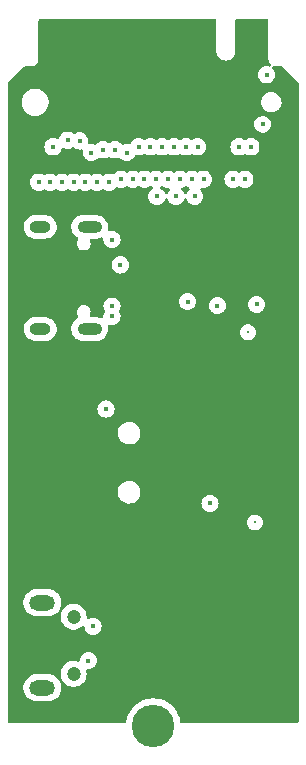
<source format=gbr>
%TF.GenerationSoftware,KiCad,Pcbnew,7.0.5*%
%TF.CreationDate,2023-08-28T16:59:48-05:00*%
%TF.ProjectId,Chimera_0002_thea,4368696d-6572-4615-9f30-3030325f7468,rev?*%
%TF.SameCoordinates,Original*%
%TF.FileFunction,Copper,L3,Inr*%
%TF.FilePolarity,Positive*%
%FSLAX46Y46*%
G04 Gerber Fmt 4.6, Leading zero omitted, Abs format (unit mm)*
G04 Created by KiCad (PCBNEW 7.0.5) date 2023-08-28 16:59:48*
%MOMM*%
%LPD*%
G01*
G04 APERTURE LIST*
%TA.AperFunction,ComponentPad*%
%ADD10C,3.600000*%
%TD*%
%TA.AperFunction,ComponentPad*%
%ADD11C,1.200000*%
%TD*%
%TA.AperFunction,ComponentPad*%
%ADD12O,2.200000X1.300000*%
%TD*%
%TA.AperFunction,ComponentPad*%
%ADD13O,2.100000X1.000000*%
%TD*%
%TA.AperFunction,ComponentPad*%
%ADD14O,1.800000X1.000000*%
%TD*%
%TA.AperFunction,ViaPad*%
%ADD15C,0.450000*%
%TD*%
%TA.AperFunction,ViaPad*%
%ADD16C,0.330000*%
%TD*%
%TA.AperFunction,ViaPad*%
%ADD17C,0.400000*%
%TD*%
%TA.AperFunction,Conductor*%
%ADD18C,0.127000*%
%TD*%
G04 APERTURE END LIST*
D10*
%TO.N,N/C*%
%TO.C,H1*%
X112500000Y-149900000D03*
%TD*%
D11*
%TO.N,GND*%
%TO.C,USB1*%
X105749987Y-140675108D03*
D12*
X103100000Y-139500102D03*
X103100000Y-146700000D03*
D11*
X105749987Y-145524994D03*
%TD*%
D13*
%TO.N,GND*%
%TO.C,U1*%
X107098534Y-107679960D03*
X107098534Y-116320041D03*
D14*
X102918448Y-116320041D03*
X102918448Y-107679960D03*
%TD*%
D15*
%TO.N,Net-(CN1-1-Pad11)*%
X119250000Y-103650000D03*
%TO.N,Net-(CN1-20-Pad21)*%
X116750000Y-103650000D03*
%TO.N,Net-(CN1-20-Pad23)*%
X116250000Y-100900000D03*
%TO.N,Net-(CN1-20-Pad25)*%
X115750000Y-103650000D03*
%TO.N,Net-(CN1-20-Pad27)*%
X115250000Y-100900000D03*
%TO.N,Net-(CN1-1-Pad66)*%
X105750000Y-103900000D03*
%TO.N,Net-(CN1-20-Pad33)*%
X113750000Y-103650000D03*
%TO.N,Net-(CN1-20-Pad35)*%
X113250000Y-100900000D03*
%TO.N,Net-(CN1-20-Pad37)*%
X112750000Y-103650000D03*
%TO.N,Net-(CN1-1-Pad5)*%
X120749872Y-100900000D03*
%TO.N,Net-(CN1-20-Pad39)*%
X112250000Y-100900000D03*
%TO.N,Net-(CN1-1-Pad69)*%
X104750000Y-103900000D03*
%TO.N,Net-(CN1-1-Pad71)*%
X104000000Y-100900000D03*
%TO.N,Net-(CN1-1-Pad73)*%
X103750000Y-103900000D03*
%TO.N,Net-(CN1-20-Pad41)*%
X111750000Y-103650000D03*
D16*
%TO.N,+3V3*%
X120500000Y-116600000D03*
X121100000Y-132700000D03*
D17*
X121749872Y-99000000D03*
D15*
%TO.N,Net-(CN1-20-Pad43)*%
X111250000Y-100900000D03*
%TO.N,Net-(CN1-20-Pad45)*%
X110750000Y-103650000D03*
%TO.N,Net-(CN1-20-Pad47)*%
X110250000Y-101400000D03*
%TO.N,Net-(CN1-20-Pad49)*%
X109750000Y-103650000D03*
%TO.N,Net-(CN1-20-Pad51)*%
X109250000Y-101150000D03*
%TO.N,Net-(CN1-20-Pad53)*%
X108750000Y-103900000D03*
%TO.N,Net-(CN1-20-Pad55)*%
X108250000Y-101150000D03*
%TO.N,Net-(CN1-20-Pad57)*%
X107750000Y-103900000D03*
%TO.N,Net-(CN1-20-Pad59)*%
X107250000Y-101400000D03*
%TO.N,Net-(CN1-20-Pad61)*%
X106750000Y-103900000D03*
%TO.N,Net-(CN1-1-Pad67)*%
X105250000Y-100339395D03*
%TO.N,Net-(CN1-1-Pad7)*%
X120250000Y-103650000D03*
%TO.N,Net-(CN1-20-Pad63)*%
X106250000Y-100400000D03*
%TO.N,Net-(CN1-1-Pad9)*%
X119749872Y-100900000D03*
%TO.N,GND*%
X117925000Y-114350000D03*
X102800000Y-103900000D03*
X122100000Y-94800000D03*
X121250000Y-114250000D03*
X107000000Y-144400000D03*
X114400000Y-105100000D03*
X117300000Y-131100000D03*
X116000000Y-105100000D03*
X109000000Y-108750000D03*
X112800000Y-105100000D03*
X115400000Y-114000000D03*
X109000000Y-115250000D03*
%TO.N,USB+*%
X114750000Y-103650000D03*
%TO.N,USB-*%
X114250000Y-100900000D03*
%TO.N,+5V*%
X121250000Y-103650000D03*
X123750000Y-108650000D03*
%TO.N,VBUS*%
X109000000Y-114400000D03*
X108500000Y-123100000D03*
X109700000Y-110900000D03*
X107400000Y-141500000D03*
%TD*%
D18*
%TO.N,Net-(CN1-1-Pad5)*%
X120749872Y-100900000D02*
X120750000Y-100900128D01*
%TO.N,Net-(CN1-1-Pad9)*%
X119749872Y-100900000D02*
X119750000Y-100900128D01*
%TD*%
%TA.AperFunction,Conductor*%
%TO.N,+5V*%
G36*
X117767539Y-90120185D02*
G01*
X117813294Y-90172989D01*
X117824500Y-90224500D01*
X117824500Y-92760118D01*
X117824500Y-92800000D01*
X117824500Y-92884136D01*
X117859486Y-93048731D01*
X117927928Y-93202455D01*
X118026836Y-93338589D01*
X118026837Y-93338590D01*
X118026838Y-93338591D01*
X118026840Y-93338594D01*
X118102907Y-93407084D01*
X118151886Y-93451185D01*
X118297614Y-93535321D01*
X118297616Y-93535321D01*
X118297619Y-93535323D01*
X118353464Y-93553467D01*
X118457650Y-93587320D01*
X118625000Y-93604909D01*
X118792350Y-93587320D01*
X118952386Y-93535321D01*
X119098114Y-93451185D01*
X119199254Y-93360118D01*
X119223159Y-93338594D01*
X119223159Y-93338592D01*
X119223164Y-93338589D01*
X119322072Y-93202455D01*
X119390514Y-93048731D01*
X119425500Y-92884136D01*
X119425500Y-92800000D01*
X119425500Y-92760118D01*
X119425500Y-92735456D01*
X119425499Y-92735450D01*
X119425500Y-90224500D01*
X119445185Y-90157460D01*
X119497989Y-90111706D01*
X119549500Y-90100500D01*
X122100500Y-90100500D01*
X122167539Y-90120185D01*
X122213294Y-90172989D01*
X122224500Y-90224500D01*
X122224500Y-93360118D01*
X122224500Y-93400000D01*
X122224500Y-93468993D01*
X122224500Y-93468995D01*
X122224499Y-93468995D01*
X122251418Y-93604322D01*
X122251421Y-93604332D01*
X122304221Y-93731804D01*
X122304228Y-93731817D01*
X122380885Y-93846541D01*
X122380888Y-93846545D01*
X122432226Y-93897883D01*
X122465711Y-93959206D01*
X122460727Y-94028898D01*
X122418855Y-94084831D01*
X122353391Y-94109248D01*
X122303592Y-94102606D01*
X122262456Y-94088212D01*
X122262457Y-94088212D01*
X122100004Y-94069909D01*
X122099996Y-94069909D01*
X121937544Y-94088212D01*
X121783225Y-94142210D01*
X121644795Y-94229192D01*
X121529192Y-94344795D01*
X121442210Y-94483225D01*
X121388212Y-94637544D01*
X121369909Y-94799996D01*
X121369909Y-94800003D01*
X121388212Y-94962455D01*
X121442210Y-95116774D01*
X121529192Y-95255204D01*
X121644796Y-95370808D01*
X121783225Y-95457789D01*
X121937539Y-95511786D01*
X121937542Y-95511786D01*
X121937544Y-95511787D01*
X122099996Y-95530091D01*
X122100000Y-95530091D01*
X122100004Y-95530091D01*
X122262455Y-95511787D01*
X122262456Y-95511786D01*
X122262461Y-95511786D01*
X122416775Y-95457789D01*
X122555204Y-95370808D01*
X122670808Y-95255204D01*
X122757789Y-95116775D01*
X122811786Y-94962461D01*
X122830091Y-94800000D01*
X122811786Y-94637539D01*
X122757789Y-94483225D01*
X122670808Y-94344796D01*
X122608912Y-94282900D01*
X122575427Y-94221577D01*
X122580411Y-94151885D01*
X122622283Y-94095952D01*
X122687747Y-94071535D01*
X122720781Y-94073601D01*
X122777234Y-94084831D01*
X122856004Y-94100500D01*
X122856007Y-94100500D01*
X122902410Y-94100500D01*
X123365589Y-94100500D01*
X123432628Y-94120185D01*
X123453270Y-94136819D01*
X124763181Y-95446730D01*
X124796666Y-95508053D01*
X124799500Y-95534411D01*
X124799500Y-149575500D01*
X124779815Y-149642539D01*
X124727011Y-149688294D01*
X124675500Y-149699500D01*
X114907452Y-149699500D01*
X114840413Y-149679815D01*
X114794658Y-149627011D01*
X114785835Y-149599692D01*
X114771121Y-149525723D01*
X114726880Y-149303309D01*
X114629945Y-149017748D01*
X114496566Y-148747282D01*
X114329025Y-148496539D01*
X114130189Y-148269810D01*
X113903459Y-148070973D01*
X113652720Y-147903435D01*
X113652713Y-147903431D01*
X113382268Y-147770062D01*
X113382247Y-147770053D01*
X113096698Y-147673122D01*
X113096692Y-147673120D01*
X113096691Y-147673120D01*
X113096689Y-147673119D01*
X113096683Y-147673118D01*
X112800930Y-147614288D01*
X112800921Y-147614287D01*
X112800920Y-147614287D01*
X112500000Y-147594564D01*
X112499999Y-147594564D01*
X112349540Y-147604425D01*
X112199080Y-147614287D01*
X112199079Y-147614287D01*
X112199069Y-147614288D01*
X111903316Y-147673118D01*
X111903301Y-147673122D01*
X111617752Y-147770053D01*
X111617731Y-147770062D01*
X111347286Y-147903431D01*
X111347279Y-147903435D01*
X111096540Y-148070973D01*
X110869810Y-148269810D01*
X110670973Y-148496540D01*
X110503435Y-148747279D01*
X110503431Y-148747286D01*
X110370062Y-149017731D01*
X110370053Y-149017752D01*
X110273122Y-149303301D01*
X110273119Y-149303313D01*
X110214165Y-149599692D01*
X110181780Y-149661603D01*
X110121064Y-149696177D01*
X110092548Y-149699500D01*
X100324500Y-149699500D01*
X100257461Y-149679815D01*
X100211706Y-149627011D01*
X100200500Y-149575500D01*
X100200500Y-146806610D01*
X101499500Y-146806610D01*
X101538679Y-147016198D01*
X101615702Y-147215019D01*
X101727948Y-147396302D01*
X101871593Y-147553872D01*
X102041746Y-147682367D01*
X102232606Y-147777403D01*
X102232608Y-147777403D01*
X102232611Y-147777405D01*
X102437690Y-147835756D01*
X102596806Y-147850500D01*
X102596810Y-147850500D01*
X103603190Y-147850500D01*
X103603194Y-147850500D01*
X103762310Y-147835756D01*
X103967389Y-147777405D01*
X103967393Y-147777403D01*
X103967394Y-147777403D01*
X104158253Y-147682367D01*
X104158253Y-147682366D01*
X104158255Y-147682366D01*
X104328407Y-147553872D01*
X104472052Y-147396302D01*
X104584298Y-147215019D01*
X104661321Y-147016198D01*
X104700500Y-146806610D01*
X104700500Y-146593390D01*
X104661321Y-146383802D01*
X104605148Y-146238803D01*
X104599287Y-146169182D01*
X104612425Y-146144383D01*
X104599993Y-146144801D01*
X104539979Y-146109023D01*
X104525485Y-146089995D01*
X104472054Y-146003701D01*
X104472053Y-146003700D01*
X104472052Y-146003698D01*
X104328407Y-145846128D01*
X104172084Y-145728077D01*
X104158253Y-145717632D01*
X103967393Y-145622596D01*
X103762310Y-145564244D01*
X103762309Y-145564244D01*
X103603194Y-145549500D01*
X102596806Y-145549500D01*
X102469513Y-145561295D01*
X102437689Y-145564244D01*
X102232607Y-145622596D01*
X102232605Y-145622596D01*
X102041746Y-145717632D01*
X101871593Y-145846127D01*
X101727947Y-146003699D01*
X101615702Y-146184980D01*
X101615701Y-146184982D01*
X101582931Y-146269573D01*
X101538679Y-146383802D01*
X101499500Y-146593390D01*
X101499500Y-146806610D01*
X100200500Y-146806610D01*
X100200500Y-145524994D01*
X104644772Y-145524994D01*
X104663589Y-145728076D01*
X104719404Y-145924241D01*
X104719408Y-145924250D01*
X104741913Y-145969447D01*
X104754173Y-146038233D01*
X104738490Y-146075870D01*
X104762642Y-146077293D01*
X104819099Y-146118456D01*
X104819730Y-146119284D01*
X104933224Y-146269575D01*
X105083945Y-146406974D01*
X105083947Y-146406976D01*
X105183128Y-146468386D01*
X105257350Y-146514342D01*
X105447531Y-146588018D01*
X105648011Y-146625494D01*
X105648013Y-146625494D01*
X105851961Y-146625494D01*
X105851963Y-146625494D01*
X106052443Y-146588018D01*
X106242624Y-146514342D01*
X106416028Y-146406975D01*
X106566751Y-146269573D01*
X106689660Y-146106815D01*
X106780569Y-145924244D01*
X106836384Y-145728077D01*
X106855202Y-145524994D01*
X106836384Y-145321911D01*
X106825185Y-145282550D01*
X106825772Y-145212683D01*
X106864038Y-145154224D01*
X106927836Y-145125734D01*
X106958331Y-145125396D01*
X107000000Y-145130091D01*
X107000004Y-145130091D01*
X107162455Y-145111787D01*
X107162456Y-145111786D01*
X107162461Y-145111786D01*
X107316775Y-145057789D01*
X107455204Y-144970808D01*
X107570808Y-144855204D01*
X107657789Y-144716775D01*
X107711786Y-144562461D01*
X107714807Y-144535649D01*
X107730091Y-144400003D01*
X107730091Y-144399996D01*
X107711787Y-144237544D01*
X107711786Y-144237542D01*
X107711786Y-144237539D01*
X107657789Y-144083225D01*
X107570808Y-143944796D01*
X107455204Y-143829192D01*
X107455204Y-143829191D01*
X107316774Y-143742210D01*
X107162455Y-143688212D01*
X107000004Y-143669909D01*
X106999996Y-143669909D01*
X106837544Y-143688212D01*
X106683225Y-143742210D01*
X106544795Y-143829192D01*
X106429192Y-143944795D01*
X106342210Y-144083225D01*
X106288212Y-144237544D01*
X106272134Y-144380246D01*
X106245067Y-144444660D01*
X106187473Y-144484215D01*
X106117636Y-144486352D01*
X106104121Y-144481989D01*
X106052448Y-144461971D01*
X106052443Y-144461970D01*
X105851963Y-144424494D01*
X105648011Y-144424494D01*
X105447531Y-144461970D01*
X105447528Y-144461970D01*
X105447528Y-144461971D01*
X105257351Y-144535645D01*
X105257344Y-144535649D01*
X105083947Y-144643011D01*
X105083945Y-144643013D01*
X104933224Y-144780412D01*
X104810314Y-144943172D01*
X104719409Y-145125733D01*
X104719404Y-145125746D01*
X104663589Y-145321911D01*
X104644772Y-145524993D01*
X104644772Y-145524994D01*
X100200500Y-145524994D01*
X100200500Y-140675108D01*
X104644772Y-140675108D01*
X104663589Y-140878190D01*
X104719404Y-141074355D01*
X104719409Y-141074368D01*
X104810314Y-141256929D01*
X104933224Y-141419689D01*
X105083945Y-141557088D01*
X105083947Y-141557090D01*
X105083949Y-141557091D01*
X105257350Y-141664456D01*
X105447531Y-141738132D01*
X105648011Y-141775608D01*
X105648013Y-141775608D01*
X105851961Y-141775608D01*
X105851963Y-141775608D01*
X106052443Y-141738132D01*
X106242624Y-141664456D01*
X106416028Y-141557089D01*
X106472541Y-141505570D01*
X106535342Y-141474955D01*
X106604729Y-141483152D01*
X106658670Y-141527562D01*
X106679297Y-141583326D01*
X106688212Y-141662455D01*
X106742210Y-141816774D01*
X106742211Y-141816775D01*
X106829192Y-141955204D01*
X106944796Y-142070808D01*
X107083225Y-142157789D01*
X107237539Y-142211786D01*
X107237542Y-142211786D01*
X107237544Y-142211787D01*
X107399996Y-142230091D01*
X107400000Y-142230091D01*
X107400004Y-142230091D01*
X107562455Y-142211787D01*
X107562456Y-142211786D01*
X107562461Y-142211786D01*
X107716775Y-142157789D01*
X107855204Y-142070808D01*
X107970808Y-141955204D01*
X108057789Y-141816775D01*
X108111786Y-141662461D01*
X108111787Y-141662455D01*
X108130091Y-141500003D01*
X108130091Y-141499996D01*
X108111787Y-141337544D01*
X108111786Y-141337542D01*
X108111786Y-141337539D01*
X108057789Y-141183225D01*
X107970808Y-141044796D01*
X107855204Y-140929192D01*
X107774035Y-140878190D01*
X107716774Y-140842210D01*
X107562455Y-140788212D01*
X107400004Y-140769909D01*
X107399996Y-140769909D01*
X107237544Y-140788212D01*
X107083222Y-140842211D01*
X107037273Y-140871083D01*
X106970036Y-140890083D01*
X106903201Y-140869715D01*
X106857988Y-140816446D01*
X106847831Y-140754650D01*
X106855202Y-140675108D01*
X106836384Y-140472025D01*
X106780569Y-140275858D01*
X106780563Y-140275846D01*
X106712150Y-140138454D01*
X106689660Y-140093287D01*
X106566751Y-139930529D01*
X106566749Y-139930526D01*
X106416028Y-139793127D01*
X106416026Y-139793125D01*
X106242629Y-139685763D01*
X106242622Y-139685759D01*
X106147533Y-139648922D01*
X106052443Y-139612084D01*
X105851963Y-139574608D01*
X105648011Y-139574608D01*
X105447531Y-139612084D01*
X105447528Y-139612084D01*
X105447528Y-139612085D01*
X105257351Y-139685759D01*
X105257344Y-139685763D01*
X105083947Y-139793125D01*
X105083945Y-139793127D01*
X104933224Y-139930527D01*
X104819730Y-140080817D01*
X104763621Y-140122453D01*
X104739691Y-140124063D01*
X104749285Y-140138454D01*
X104750459Y-140208313D01*
X104741913Y-140230653D01*
X104719410Y-140275846D01*
X104719404Y-140275860D01*
X104663589Y-140472025D01*
X104644772Y-140675107D01*
X104644772Y-140675108D01*
X100200500Y-140675108D01*
X100200500Y-139606712D01*
X101499500Y-139606712D01*
X101538679Y-139816300D01*
X101615702Y-140015121D01*
X101727948Y-140196404D01*
X101871593Y-140353973D01*
X101871593Y-140353974D01*
X102041746Y-140482469D01*
X102232606Y-140577505D01*
X102232608Y-140577505D01*
X102232611Y-140577507D01*
X102437690Y-140635858D01*
X102596806Y-140650602D01*
X102596810Y-140650602D01*
X103603190Y-140650602D01*
X103603194Y-140650602D01*
X103762310Y-140635858D01*
X103967389Y-140577507D01*
X103967393Y-140577505D01*
X103967394Y-140577505D01*
X104158253Y-140482469D01*
X104158253Y-140482468D01*
X104158255Y-140482468D01*
X104328407Y-140353974D01*
X104472052Y-140196404D01*
X104525486Y-140110104D01*
X104577512Y-140063470D01*
X104613420Y-140057689D01*
X104599500Y-140031939D01*
X104604777Y-139962268D01*
X104605088Y-139961453D01*
X104661321Y-139816300D01*
X104700500Y-139606712D01*
X104700500Y-139393492D01*
X104661321Y-139183904D01*
X104584298Y-138985083D01*
X104472052Y-138803800D01*
X104328407Y-138646230D01*
X104328406Y-138646229D01*
X104158253Y-138517734D01*
X103967393Y-138422698D01*
X103762310Y-138364346D01*
X103762309Y-138364346D01*
X103603194Y-138349602D01*
X102596806Y-138349602D01*
X102469513Y-138361397D01*
X102437689Y-138364346D01*
X102232607Y-138422698D01*
X102232605Y-138422698D01*
X102041746Y-138517734D01*
X101871593Y-138646229D01*
X101727947Y-138803801D01*
X101615702Y-138985082D01*
X101615701Y-138985084D01*
X101538680Y-139183901D01*
X101538679Y-139183904D01*
X101499500Y-139393492D01*
X101499500Y-139606712D01*
X100200500Y-139606712D01*
X100200500Y-132700000D01*
X120429612Y-132700000D01*
X120449091Y-132860434D01*
X120506400Y-133011545D01*
X120506401Y-133011545D01*
X120598207Y-133144549D01*
X120719176Y-133251719D01*
X120862277Y-133326824D01*
X121019194Y-133365500D01*
X121180806Y-133365500D01*
X121337723Y-133326824D01*
X121480824Y-133251719D01*
X121601793Y-133144549D01*
X121693599Y-133011545D01*
X121750908Y-132860434D01*
X121770388Y-132700000D01*
X121750908Y-132539566D01*
X121693599Y-132388455D01*
X121601793Y-132255451D01*
X121480824Y-132148281D01*
X121467276Y-132141170D01*
X121337722Y-132073175D01*
X121180806Y-132034500D01*
X121019194Y-132034500D01*
X120862277Y-132073175D01*
X120719177Y-132148280D01*
X120598207Y-132255450D01*
X120598205Y-132255453D01*
X120506402Y-132388453D01*
X120506401Y-132388454D01*
X120449091Y-132539565D01*
X120429612Y-132699999D01*
X120429612Y-132700000D01*
X100200500Y-132700000D01*
X100200500Y-130198596D01*
X109486664Y-130198596D01*
X109516059Y-130390480D01*
X109516062Y-130390492D01*
X109535217Y-130442211D01*
X109583484Y-130572536D01*
X109686173Y-130737284D01*
X109819923Y-130877990D01*
X109979260Y-130988891D01*
X110157658Y-131065448D01*
X110347816Y-131104526D01*
X110493295Y-131104526D01*
X110537773Y-131100003D01*
X116569909Y-131100003D01*
X116588212Y-131262455D01*
X116642210Y-131416774D01*
X116642211Y-131416775D01*
X116729192Y-131555204D01*
X116844796Y-131670808D01*
X116983225Y-131757789D01*
X117137539Y-131811786D01*
X117137542Y-131811786D01*
X117137544Y-131811787D01*
X117299996Y-131830091D01*
X117300000Y-131830091D01*
X117300004Y-131830091D01*
X117462455Y-131811787D01*
X117462456Y-131811786D01*
X117462461Y-131811786D01*
X117616775Y-131757789D01*
X117755204Y-131670808D01*
X117870808Y-131555204D01*
X117957789Y-131416775D01*
X118011786Y-131262461D01*
X118030091Y-131100000D01*
X118022394Y-131031689D01*
X118011787Y-130937544D01*
X118011786Y-130937542D01*
X118011786Y-130937539D01*
X117957789Y-130783225D01*
X117870808Y-130644796D01*
X117755204Y-130529192D01*
X117755204Y-130529191D01*
X117616774Y-130442210D01*
X117462455Y-130388212D01*
X117300004Y-130369909D01*
X117299996Y-130369909D01*
X117137544Y-130388212D01*
X116983225Y-130442210D01*
X116844795Y-130529192D01*
X116729192Y-130644795D01*
X116642210Y-130783225D01*
X116588212Y-130937544D01*
X116569909Y-131099996D01*
X116569909Y-131100003D01*
X110537773Y-131100003D01*
X110638019Y-131089809D01*
X110823237Y-131031696D01*
X110823238Y-131031695D01*
X110823246Y-131031693D01*
X110992985Y-130937481D01*
X111140284Y-130811029D01*
X111259113Y-130657514D01*
X111344607Y-130483222D01*
X111393267Y-130295287D01*
X111403100Y-130101405D01*
X111373703Y-129909512D01*
X111306280Y-129727464D01*
X111203591Y-129562716D01*
X111069841Y-129422010D01*
X110910504Y-129311109D01*
X110910505Y-129311109D01*
X110910503Y-129311108D01*
X110732106Y-129234552D01*
X110541948Y-129195474D01*
X110396470Y-129195474D01*
X110396469Y-129195474D01*
X110251744Y-129210190D01*
X110066526Y-129268303D01*
X110066511Y-129268310D01*
X109896781Y-129362517D01*
X109896776Y-129362520D01*
X109749480Y-129488969D01*
X109749479Y-129488970D01*
X109630653Y-129642482D01*
X109545155Y-129816781D01*
X109496498Y-130004704D01*
X109496497Y-130004710D01*
X109486664Y-130198596D01*
X100200500Y-130198596D01*
X100200500Y-125198596D01*
X109486664Y-125198596D01*
X109516059Y-125390480D01*
X109516061Y-125390488D01*
X109583484Y-125572536D01*
X109686173Y-125737284D01*
X109819923Y-125877990D01*
X109979260Y-125988891D01*
X110157658Y-126065448D01*
X110347816Y-126104526D01*
X110493295Y-126104526D01*
X110638019Y-126089809D01*
X110823237Y-126031696D01*
X110823238Y-126031695D01*
X110823246Y-126031693D01*
X110992985Y-125937481D01*
X111140284Y-125811029D01*
X111259113Y-125657514D01*
X111344607Y-125483222D01*
X111393267Y-125295287D01*
X111403100Y-125101405D01*
X111373703Y-124909512D01*
X111306280Y-124727464D01*
X111203591Y-124562716D01*
X111069841Y-124422010D01*
X110910504Y-124311109D01*
X110910505Y-124311109D01*
X110910503Y-124311108D01*
X110732106Y-124234552D01*
X110541948Y-124195474D01*
X110396470Y-124195474D01*
X110396469Y-124195474D01*
X110251744Y-124210190D01*
X110066526Y-124268303D01*
X110066511Y-124268310D01*
X109896781Y-124362517D01*
X109896776Y-124362520D01*
X109749480Y-124488969D01*
X109749479Y-124488970D01*
X109630653Y-124642482D01*
X109545155Y-124816781D01*
X109496498Y-125004704D01*
X109496497Y-125004710D01*
X109486664Y-125198596D01*
X100200500Y-125198596D01*
X100200500Y-123100003D01*
X107769909Y-123100003D01*
X107788212Y-123262455D01*
X107842210Y-123416774D01*
X107842211Y-123416775D01*
X107929192Y-123555204D01*
X108044796Y-123670808D01*
X108183225Y-123757789D01*
X108337539Y-123811786D01*
X108337542Y-123811786D01*
X108337544Y-123811787D01*
X108499996Y-123830091D01*
X108500000Y-123830091D01*
X108500004Y-123830091D01*
X108662455Y-123811787D01*
X108662456Y-123811786D01*
X108662461Y-123811786D01*
X108816775Y-123757789D01*
X108955204Y-123670808D01*
X109070808Y-123555204D01*
X109157789Y-123416775D01*
X109211786Y-123262461D01*
X109230091Y-123100000D01*
X109211786Y-122937539D01*
X109157789Y-122783225D01*
X109070808Y-122644796D01*
X108955204Y-122529192D01*
X108955204Y-122529191D01*
X108816774Y-122442210D01*
X108662455Y-122388212D01*
X108500004Y-122369909D01*
X108499996Y-122369909D01*
X108337544Y-122388212D01*
X108183225Y-122442210D01*
X108044795Y-122529192D01*
X107929192Y-122644795D01*
X107842210Y-122783225D01*
X107788212Y-122937544D01*
X107769909Y-123099996D01*
X107769909Y-123100003D01*
X100200500Y-123100003D01*
X100200500Y-116370977D01*
X101514079Y-116370977D01*
X101544890Y-116572104D01*
X101544893Y-116572116D01*
X101615559Y-116762922D01*
X101615563Y-116762929D01*
X101723193Y-116935608D01*
X101723195Y-116935610D01*
X101723196Y-116935612D01*
X101863389Y-117083094D01*
X101961986Y-117151719D01*
X102030397Y-117199335D01*
X102030398Y-117199335D01*
X102030399Y-117199336D01*
X102217390Y-117279581D01*
X102416707Y-117320541D01*
X103369191Y-117320541D01*
X103520887Y-117305115D01*
X103715027Y-117244203D01*
X103715028Y-117244202D01*
X103715036Y-117244200D01*
X103892950Y-117145450D01*
X104047343Y-117012907D01*
X104171896Y-116851999D01*
X104261508Y-116669312D01*
X104312511Y-116472326D01*
X104317651Y-116370977D01*
X105544165Y-116370977D01*
X105574976Y-116572104D01*
X105574979Y-116572116D01*
X105645645Y-116762922D01*
X105645649Y-116762929D01*
X105753279Y-116935608D01*
X105753281Y-116935610D01*
X105753282Y-116935612D01*
X105893475Y-117083094D01*
X105992072Y-117151719D01*
X106060483Y-117199335D01*
X106060484Y-117199335D01*
X106060485Y-117199336D01*
X106247476Y-117279581D01*
X106446793Y-117320541D01*
X107699277Y-117320541D01*
X107850973Y-117305115D01*
X108045113Y-117244203D01*
X108045114Y-117244202D01*
X108045122Y-117244200D01*
X108223036Y-117145450D01*
X108377429Y-117012907D01*
X108501982Y-116851999D01*
X108591594Y-116669312D01*
X108609540Y-116600000D01*
X119829612Y-116600000D01*
X119849091Y-116760434D01*
X119906401Y-116911544D01*
X119906401Y-116911545D01*
X119998207Y-117044549D01*
X120119176Y-117151719D01*
X120262277Y-117226824D01*
X120419194Y-117265500D01*
X120580806Y-117265500D01*
X120737723Y-117226824D01*
X120880824Y-117151719D01*
X121001793Y-117044549D01*
X121093599Y-116911545D01*
X121150908Y-116760434D01*
X121170388Y-116600000D01*
X121150908Y-116439566D01*
X121093599Y-116288455D01*
X121001793Y-116155451D01*
X120880824Y-116048281D01*
X120867276Y-116041170D01*
X120737722Y-115973175D01*
X120580806Y-115934500D01*
X120419194Y-115934500D01*
X120262277Y-115973175D01*
X120119177Y-116048280D01*
X119998207Y-116155450D01*
X119998205Y-116155453D01*
X119906402Y-116288453D01*
X119906401Y-116288454D01*
X119849091Y-116439565D01*
X119829612Y-116599999D01*
X119829612Y-116600000D01*
X108609540Y-116600000D01*
X108642597Y-116472326D01*
X108652903Y-116269105D01*
X108623945Y-116080084D01*
X108633252Y-116010837D01*
X108678518Y-115957614D01*
X108745374Y-115937312D01*
X108787468Y-115944265D01*
X108837539Y-115961786D01*
X108837542Y-115961787D01*
X108999996Y-115980091D01*
X109000000Y-115980091D01*
X109000004Y-115980091D01*
X109162455Y-115961787D01*
X109162456Y-115961786D01*
X109162461Y-115961786D01*
X109316775Y-115907789D01*
X109455204Y-115820808D01*
X109570808Y-115705204D01*
X109657789Y-115566775D01*
X109711786Y-115412461D01*
X109713654Y-115395882D01*
X109730091Y-115250003D01*
X109730091Y-115249996D01*
X109711787Y-115087542D01*
X109657789Y-114933226D01*
X109657789Y-114933225D01*
X109631238Y-114890970D01*
X109612238Y-114823735D01*
X109631238Y-114759028D01*
X109657789Y-114716775D01*
X109711786Y-114562461D01*
X109711786Y-114562459D01*
X109711787Y-114562457D01*
X109730091Y-114400003D01*
X109730091Y-114399996D01*
X109711787Y-114237544D01*
X109711786Y-114237542D01*
X109711786Y-114237539D01*
X109657789Y-114083225D01*
X109605497Y-114000003D01*
X114669909Y-114000003D01*
X114688212Y-114162455D01*
X114742210Y-114316774D01*
X114784344Y-114383829D01*
X114829192Y-114455204D01*
X114944796Y-114570808D01*
X115083225Y-114657789D01*
X115237539Y-114711786D01*
X115237542Y-114711786D01*
X115237544Y-114711787D01*
X115399996Y-114730091D01*
X115400000Y-114730091D01*
X115400004Y-114730091D01*
X115562455Y-114711787D01*
X115562456Y-114711786D01*
X115562461Y-114711786D01*
X115716775Y-114657789D01*
X115855204Y-114570808D01*
X115970808Y-114455204D01*
X116036910Y-114350003D01*
X117194909Y-114350003D01*
X117213212Y-114512455D01*
X117267210Y-114666774D01*
X117354192Y-114805203D01*
X117354192Y-114805204D01*
X117469796Y-114920808D01*
X117608225Y-115007789D01*
X117762539Y-115061786D01*
X117762542Y-115061786D01*
X117762544Y-115061787D01*
X117924996Y-115080091D01*
X117925000Y-115080091D01*
X117925004Y-115080091D01*
X118087455Y-115061787D01*
X118087456Y-115061786D01*
X118087461Y-115061786D01*
X118241775Y-115007789D01*
X118380204Y-114920808D01*
X118495808Y-114805204D01*
X118582789Y-114666775D01*
X118636786Y-114512461D01*
X118636787Y-114512455D01*
X118655091Y-114350003D01*
X118655091Y-114349996D01*
X118643824Y-114250003D01*
X120519909Y-114250003D01*
X120538212Y-114412455D01*
X120592210Y-114566774D01*
X120592211Y-114566775D01*
X120679192Y-114705204D01*
X120794796Y-114820808D01*
X120933225Y-114907789D01*
X121087539Y-114961786D01*
X121087542Y-114961786D01*
X121087544Y-114961787D01*
X121249996Y-114980091D01*
X121250000Y-114980091D01*
X121250004Y-114980091D01*
X121412455Y-114961787D01*
X121412456Y-114961786D01*
X121412461Y-114961786D01*
X121566775Y-114907789D01*
X121705204Y-114820808D01*
X121820808Y-114705204D01*
X121907789Y-114566775D01*
X121961786Y-114412461D01*
X121963190Y-114400000D01*
X121980091Y-114250003D01*
X121980091Y-114249996D01*
X121961787Y-114087544D01*
X121961786Y-114087542D01*
X121961786Y-114087539D01*
X121907789Y-113933225D01*
X121820808Y-113794796D01*
X121705204Y-113679192D01*
X121610856Y-113619909D01*
X121566774Y-113592210D01*
X121412455Y-113538212D01*
X121250004Y-113519909D01*
X121249996Y-113519909D01*
X121087544Y-113538212D01*
X120933225Y-113592210D01*
X120794795Y-113679192D01*
X120679192Y-113794795D01*
X120592210Y-113933225D01*
X120538212Y-114087544D01*
X120519909Y-114249996D01*
X120519909Y-114250003D01*
X118643824Y-114250003D01*
X118636787Y-114187544D01*
X118636786Y-114187542D01*
X118636786Y-114187539D01*
X118582789Y-114033225D01*
X118495808Y-113894796D01*
X118380204Y-113779192D01*
X118380203Y-113779192D01*
X118241774Y-113692210D01*
X118087455Y-113638212D01*
X117925004Y-113619909D01*
X117924996Y-113619909D01*
X117762544Y-113638212D01*
X117608225Y-113692210D01*
X117469795Y-113779192D01*
X117354192Y-113894795D01*
X117267210Y-114033225D01*
X117213212Y-114187544D01*
X117194909Y-114349996D01*
X117194909Y-114350003D01*
X116036910Y-114350003D01*
X116057789Y-114316775D01*
X116111786Y-114162461D01*
X116120714Y-114083225D01*
X116130091Y-114000003D01*
X116130091Y-113999996D01*
X116111787Y-113837544D01*
X116111786Y-113837542D01*
X116111786Y-113837539D01*
X116057789Y-113683225D01*
X115970808Y-113544796D01*
X115855204Y-113429192D01*
X115716774Y-113342210D01*
X115562455Y-113288212D01*
X115400004Y-113269909D01*
X115399996Y-113269909D01*
X115237544Y-113288212D01*
X115083225Y-113342210D01*
X114944795Y-113429192D01*
X114829192Y-113544795D01*
X114742210Y-113683225D01*
X114688212Y-113837544D01*
X114669909Y-113999996D01*
X114669909Y-114000003D01*
X109605497Y-114000003D01*
X109570808Y-113944796D01*
X109455204Y-113829192D01*
X109375630Y-113779192D01*
X109316774Y-113742210D01*
X109162455Y-113688212D01*
X109000004Y-113669909D01*
X108999996Y-113669909D01*
X108837544Y-113688212D01*
X108683225Y-113742210D01*
X108544795Y-113829192D01*
X108429192Y-113944795D01*
X108342210Y-114083225D01*
X108288212Y-114237544D01*
X108269909Y-114399996D01*
X108269909Y-114400003D01*
X108288212Y-114562455D01*
X108342210Y-114716774D01*
X108368760Y-114759028D01*
X108387760Y-114826265D01*
X108368760Y-114890971D01*
X108342211Y-114933223D01*
X108288212Y-115087544D01*
X108269909Y-115249996D01*
X108269909Y-115250003D01*
X108275386Y-115298614D01*
X108263331Y-115367435D01*
X108215982Y-115418815D01*
X108148372Y-115436439D01*
X108103266Y-115426448D01*
X107949592Y-115360501D01*
X107750275Y-115319541D01*
X107233565Y-115319541D01*
X107166526Y-115299856D01*
X107120771Y-115247052D01*
X107110827Y-115177894D01*
X107119002Y-115148091D01*
X107163239Y-115041296D01*
X107179102Y-114920807D01*
X107183155Y-114890019D01*
X107183155Y-114890016D01*
X107165910Y-114759028D01*
X107163239Y-114738740D01*
X107104848Y-114597771D01*
X107011961Y-114476718D01*
X106890908Y-114383831D01*
X106890907Y-114383830D01*
X106890905Y-114383829D01*
X106749942Y-114325441D01*
X106749940Y-114325440D01*
X106749939Y-114325440D01*
X106735776Y-114323575D01*
X106636647Y-114310524D01*
X106636640Y-114310524D01*
X106560682Y-114310524D01*
X106560674Y-114310524D01*
X106447383Y-114325440D01*
X106447379Y-114325441D01*
X106306416Y-114383829D01*
X106185361Y-114476718D01*
X106092472Y-114597773D01*
X106034084Y-114738736D01*
X106034082Y-114738741D01*
X106014167Y-114890016D01*
X106014167Y-114890019D01*
X106034082Y-115041294D01*
X106034084Y-115041299D01*
X106092473Y-115182265D01*
X106137635Y-115241120D01*
X106162830Y-115306289D01*
X106148792Y-115374734D01*
X106099978Y-115424724D01*
X106099438Y-115425026D01*
X105974030Y-115494633D01*
X105974029Y-115494633D01*
X105819640Y-115627173D01*
X105819638Y-115627175D01*
X105695088Y-115788078D01*
X105695087Y-115788081D01*
X105605474Y-115970769D01*
X105554471Y-116167755D01*
X105544165Y-116370977D01*
X104317651Y-116370977D01*
X104322817Y-116269105D01*
X104292004Y-116067970D01*
X104243614Y-115937312D01*
X104221336Y-115877159D01*
X104221335Y-115877158D01*
X104221334Y-115877154D01*
X104113700Y-115704470D01*
X103973507Y-115556988D01*
X103875035Y-115488450D01*
X103806498Y-115440746D01*
X103619504Y-115360500D01*
X103420189Y-115319541D01*
X102467706Y-115319541D01*
X102467705Y-115319541D01*
X102316008Y-115334966D01*
X102121868Y-115395878D01*
X102121853Y-115395885D01*
X101943948Y-115494630D01*
X101943943Y-115494633D01*
X101789554Y-115627173D01*
X101789552Y-115627175D01*
X101665002Y-115788078D01*
X101665001Y-115788081D01*
X101575388Y-115970769D01*
X101524385Y-116167755D01*
X101514079Y-116370977D01*
X100200500Y-116370977D01*
X100200500Y-110900003D01*
X108969909Y-110900003D01*
X108988212Y-111062455D01*
X109042210Y-111216774D01*
X109042211Y-111216775D01*
X109129192Y-111355204D01*
X109244796Y-111470808D01*
X109383225Y-111557789D01*
X109537539Y-111611786D01*
X109537542Y-111611786D01*
X109537544Y-111611787D01*
X109699996Y-111630091D01*
X109700000Y-111630091D01*
X109700004Y-111630091D01*
X109862455Y-111611787D01*
X109862456Y-111611786D01*
X109862461Y-111611786D01*
X110016775Y-111557789D01*
X110155204Y-111470808D01*
X110270808Y-111355204D01*
X110357789Y-111216775D01*
X110411786Y-111062461D01*
X110430091Y-110900000D01*
X110411786Y-110737539D01*
X110357789Y-110583225D01*
X110270808Y-110444796D01*
X110155204Y-110329192D01*
X110016774Y-110242210D01*
X109862455Y-110188212D01*
X109700004Y-110169909D01*
X109699996Y-110169909D01*
X109537544Y-110188212D01*
X109383225Y-110242210D01*
X109244795Y-110329192D01*
X109129192Y-110444795D01*
X109042210Y-110583225D01*
X108988212Y-110737544D01*
X108969909Y-110899996D01*
X108969909Y-110900003D01*
X100200500Y-110900003D01*
X100200500Y-107730896D01*
X101514079Y-107730896D01*
X101544890Y-107932023D01*
X101544893Y-107932035D01*
X101615559Y-108122841D01*
X101615563Y-108122848D01*
X101723193Y-108295527D01*
X101723195Y-108295529D01*
X101723196Y-108295531D01*
X101863389Y-108443013D01*
X101991792Y-108532384D01*
X102030397Y-108559254D01*
X102030398Y-108559254D01*
X102030399Y-108559255D01*
X102217390Y-108639500D01*
X102416707Y-108680460D01*
X103369191Y-108680460D01*
X103520887Y-108665034D01*
X103715027Y-108604122D01*
X103715028Y-108604121D01*
X103715036Y-108604119D01*
X103892950Y-108505369D01*
X104047343Y-108372826D01*
X104171896Y-108211918D01*
X104261508Y-108029231D01*
X104312511Y-107832245D01*
X104317651Y-107730896D01*
X105544165Y-107730896D01*
X105574976Y-107932023D01*
X105574979Y-107932035D01*
X105645645Y-108122841D01*
X105645649Y-108122848D01*
X105753279Y-108295527D01*
X105753281Y-108295529D01*
X105753282Y-108295531D01*
X105893475Y-108443013D01*
X106060485Y-108559255D01*
X106081466Y-108568258D01*
X106135308Y-108612783D01*
X106156533Y-108679351D01*
X106138399Y-108746826D01*
X106130943Y-108757694D01*
X106092473Y-108807830D01*
X106034084Y-108948795D01*
X106034082Y-108948800D01*
X106014167Y-109100075D01*
X106014167Y-109100078D01*
X106034082Y-109251353D01*
X106034084Y-109251358D01*
X106092472Y-109392321D01*
X106092473Y-109392323D01*
X106092474Y-109392324D01*
X106185361Y-109513377D01*
X106306414Y-109606264D01*
X106447383Y-109664655D01*
X106560682Y-109679571D01*
X106560689Y-109679571D01*
X106636633Y-109679571D01*
X106636640Y-109679571D01*
X106749939Y-109664655D01*
X106890908Y-109606264D01*
X107011961Y-109513377D01*
X107104848Y-109392324D01*
X107163239Y-109251355D01*
X107183155Y-109100077D01*
X107163239Y-108948799D01*
X107148185Y-108912455D01*
X107123108Y-108851912D01*
X107115639Y-108782443D01*
X107146915Y-108719964D01*
X107207004Y-108684312D01*
X107237669Y-108680460D01*
X107699277Y-108680460D01*
X107850973Y-108665034D01*
X108045113Y-108604122D01*
X108045114Y-108604121D01*
X108045122Y-108604119D01*
X108092106Y-108578040D01*
X108160272Y-108562717D01*
X108225904Y-108586680D01*
X108268162Y-108642322D01*
X108275503Y-108700341D01*
X108269909Y-108749994D01*
X108269909Y-108750003D01*
X108288212Y-108912455D01*
X108342210Y-109066774D01*
X108429192Y-109205204D01*
X108544796Y-109320808D01*
X108683225Y-109407789D01*
X108837539Y-109461786D01*
X108837542Y-109461786D01*
X108837544Y-109461787D01*
X108999996Y-109480091D01*
X109000000Y-109480091D01*
X109000004Y-109480091D01*
X109162455Y-109461787D01*
X109162456Y-109461786D01*
X109162461Y-109461786D01*
X109316775Y-109407789D01*
X109455204Y-109320808D01*
X109570808Y-109205204D01*
X109657789Y-109066775D01*
X109711786Y-108912461D01*
X109711787Y-108912455D01*
X109730091Y-108750003D01*
X109730091Y-108749996D01*
X109711787Y-108587544D01*
X109711786Y-108587542D01*
X109711786Y-108587539D01*
X109657789Y-108433225D01*
X109570808Y-108294796D01*
X109455204Y-108179192D01*
X109455203Y-108179192D01*
X109316774Y-108092210D01*
X109162455Y-108038212D01*
X109000004Y-108019909D01*
X108999996Y-108019909D01*
X108837544Y-108038212D01*
X108807449Y-108048742D01*
X108783740Y-108057039D01*
X108713962Y-108060600D01*
X108653335Y-108025871D01*
X108621108Y-107963877D01*
X108622746Y-107908916D01*
X108642595Y-107832253D01*
X108642596Y-107832247D01*
X108642597Y-107832245D01*
X108652903Y-107629024D01*
X108622090Y-107427889D01*
X108551420Y-107237073D01*
X108443786Y-107064389D01*
X108303593Y-106916907D01*
X108205121Y-106848369D01*
X108136584Y-106800665D01*
X107949590Y-106720419D01*
X107750275Y-106679460D01*
X106497792Y-106679460D01*
X106497791Y-106679460D01*
X106346094Y-106694885D01*
X106151954Y-106755797D01*
X106151939Y-106755804D01*
X105974034Y-106854549D01*
X105974029Y-106854552D01*
X105819640Y-106987092D01*
X105819638Y-106987094D01*
X105695088Y-107147997D01*
X105695087Y-107148000D01*
X105605474Y-107330688D01*
X105554471Y-107527674D01*
X105544165Y-107730896D01*
X104317651Y-107730896D01*
X104322817Y-107629024D01*
X104292004Y-107427889D01*
X104221334Y-107237073D01*
X104113700Y-107064389D01*
X103973507Y-106916907D01*
X103875035Y-106848369D01*
X103806498Y-106800665D01*
X103619504Y-106720419D01*
X103420189Y-106679460D01*
X102467706Y-106679460D01*
X102467705Y-106679460D01*
X102316008Y-106694885D01*
X102121868Y-106755797D01*
X102121853Y-106755804D01*
X101943948Y-106854549D01*
X101943943Y-106854552D01*
X101789554Y-106987092D01*
X101789552Y-106987094D01*
X101665002Y-107147997D01*
X101665001Y-107148000D01*
X101575388Y-107330688D01*
X101524385Y-107527674D01*
X101514079Y-107730896D01*
X100200500Y-107730896D01*
X100200500Y-103900003D01*
X102069909Y-103900003D01*
X102088212Y-104062455D01*
X102142210Y-104216774D01*
X102142211Y-104216775D01*
X102229192Y-104355204D01*
X102344796Y-104470808D01*
X102483225Y-104557789D01*
X102637539Y-104611786D01*
X102637542Y-104611786D01*
X102637544Y-104611787D01*
X102799996Y-104630091D01*
X102800000Y-104630091D01*
X102800004Y-104630091D01*
X102962455Y-104611787D01*
X102962456Y-104611786D01*
X102962461Y-104611786D01*
X103116775Y-104557789D01*
X103209027Y-104499822D01*
X103276264Y-104480822D01*
X103340973Y-104499823D01*
X103394798Y-104533644D01*
X103433225Y-104557789D01*
X103587539Y-104611786D01*
X103587542Y-104611786D01*
X103587544Y-104611787D01*
X103749996Y-104630091D01*
X103750000Y-104630091D01*
X103750004Y-104630091D01*
X103912455Y-104611787D01*
X103912456Y-104611786D01*
X103912461Y-104611786D01*
X104066775Y-104557789D01*
X104184027Y-104484114D01*
X104251265Y-104465114D01*
X104315972Y-104484114D01*
X104433223Y-104557788D01*
X104433225Y-104557789D01*
X104587539Y-104611786D01*
X104587542Y-104611786D01*
X104587544Y-104611787D01*
X104749996Y-104630091D01*
X104750000Y-104630091D01*
X104750004Y-104630091D01*
X104912455Y-104611787D01*
X104912456Y-104611786D01*
X104912461Y-104611786D01*
X105066775Y-104557789D01*
X105184027Y-104484114D01*
X105251265Y-104465114D01*
X105315972Y-104484114D01*
X105433223Y-104557788D01*
X105433225Y-104557789D01*
X105587539Y-104611786D01*
X105587542Y-104611786D01*
X105587544Y-104611787D01*
X105749996Y-104630091D01*
X105750000Y-104630091D01*
X105750004Y-104630091D01*
X105912455Y-104611787D01*
X105912456Y-104611786D01*
X105912461Y-104611786D01*
X106066775Y-104557789D01*
X106184027Y-104484114D01*
X106251265Y-104465114D01*
X106315972Y-104484114D01*
X106433223Y-104557788D01*
X106433225Y-104557789D01*
X106587539Y-104611786D01*
X106587542Y-104611786D01*
X106587544Y-104611787D01*
X106749996Y-104630091D01*
X106750000Y-104630091D01*
X106750004Y-104630091D01*
X106912455Y-104611787D01*
X106912456Y-104611786D01*
X106912461Y-104611786D01*
X107066775Y-104557789D01*
X107184026Y-104484114D01*
X107251263Y-104465114D01*
X107315971Y-104484114D01*
X107433223Y-104557788D01*
X107433225Y-104557789D01*
X107587539Y-104611786D01*
X107587542Y-104611786D01*
X107587544Y-104611787D01*
X107749996Y-104630091D01*
X107750000Y-104630091D01*
X107750004Y-104630091D01*
X107912455Y-104611787D01*
X107912456Y-104611786D01*
X107912461Y-104611786D01*
X108066775Y-104557789D01*
X108184027Y-104484114D01*
X108251265Y-104465114D01*
X108315972Y-104484114D01*
X108433223Y-104557788D01*
X108433225Y-104557789D01*
X108587539Y-104611786D01*
X108587542Y-104611786D01*
X108587544Y-104611787D01*
X108749996Y-104630091D01*
X108750000Y-104630091D01*
X108750004Y-104630091D01*
X108912455Y-104611787D01*
X108912456Y-104611786D01*
X108912461Y-104611786D01*
X109066775Y-104557789D01*
X109205204Y-104470808D01*
X109320808Y-104355204D01*
X109320808Y-104355203D01*
X109325732Y-104350280D01*
X109326845Y-104351393D01*
X109377207Y-104316033D01*
X109447018Y-104313171D01*
X109457936Y-104316435D01*
X109587539Y-104361786D01*
X109587543Y-104361786D01*
X109587545Y-104361787D01*
X109749996Y-104380091D01*
X109750000Y-104380091D01*
X109750004Y-104380091D01*
X109912455Y-104361787D01*
X109912456Y-104361786D01*
X109912461Y-104361786D01*
X110066775Y-104307789D01*
X110184028Y-104234113D01*
X110251264Y-104215113D01*
X110315971Y-104234113D01*
X110348095Y-104254298D01*
X110398094Y-104285715D01*
X110433225Y-104307789D01*
X110587539Y-104361786D01*
X110587542Y-104361786D01*
X110587544Y-104361787D01*
X110749996Y-104380091D01*
X110750000Y-104380091D01*
X110750004Y-104380091D01*
X110912455Y-104361787D01*
X110912456Y-104361786D01*
X110912461Y-104361786D01*
X111066775Y-104307789D01*
X111184029Y-104234113D01*
X111251262Y-104215113D01*
X111315970Y-104234112D01*
X111433225Y-104307789D01*
X111587539Y-104361786D01*
X111587542Y-104361786D01*
X111587544Y-104361787D01*
X111749996Y-104380091D01*
X111750000Y-104380091D01*
X111750004Y-104380091D01*
X111912455Y-104361787D01*
X111912456Y-104361786D01*
X111912461Y-104361786D01*
X112066775Y-104307789D01*
X112184028Y-104234113D01*
X112251264Y-104215113D01*
X112315971Y-104234113D01*
X112348095Y-104254298D01*
X112398094Y-104285715D01*
X112444385Y-104338050D01*
X112455032Y-104407103D01*
X112426657Y-104470951D01*
X112398095Y-104495701D01*
X112344794Y-104529193D01*
X112229192Y-104644795D01*
X112142210Y-104783225D01*
X112088212Y-104937544D01*
X112069909Y-105099996D01*
X112069909Y-105100003D01*
X112088212Y-105262455D01*
X112142210Y-105416774D01*
X112142211Y-105416775D01*
X112229192Y-105555204D01*
X112344796Y-105670808D01*
X112483225Y-105757789D01*
X112637539Y-105811786D01*
X112637542Y-105811786D01*
X112637544Y-105811787D01*
X112799996Y-105830091D01*
X112800000Y-105830091D01*
X112800004Y-105830091D01*
X112962455Y-105811787D01*
X112962456Y-105811786D01*
X112962461Y-105811786D01*
X113116775Y-105757789D01*
X113255204Y-105670808D01*
X113370808Y-105555204D01*
X113457789Y-105416775D01*
X113482958Y-105344845D01*
X113523680Y-105288070D01*
X113588632Y-105262322D01*
X113657194Y-105275778D01*
X113707597Y-105324165D01*
X113717042Y-105344846D01*
X113742210Y-105416774D01*
X113742211Y-105416775D01*
X113829192Y-105555204D01*
X113944796Y-105670808D01*
X114083225Y-105757789D01*
X114237539Y-105811786D01*
X114237542Y-105811786D01*
X114237544Y-105811787D01*
X114399996Y-105830091D01*
X114400000Y-105830091D01*
X114400004Y-105830091D01*
X114562455Y-105811787D01*
X114562456Y-105811786D01*
X114562461Y-105811786D01*
X114716775Y-105757789D01*
X114855204Y-105670808D01*
X114970808Y-105555204D01*
X115057789Y-105416775D01*
X115082958Y-105344845D01*
X115123680Y-105288070D01*
X115188632Y-105262322D01*
X115257194Y-105275778D01*
X115307597Y-105324165D01*
X115317042Y-105344846D01*
X115342210Y-105416774D01*
X115342211Y-105416775D01*
X115429192Y-105555204D01*
X115544796Y-105670808D01*
X115683225Y-105757789D01*
X115837539Y-105811786D01*
X115837542Y-105811786D01*
X115837544Y-105811787D01*
X115999996Y-105830091D01*
X116000000Y-105830091D01*
X116000004Y-105830091D01*
X116162455Y-105811787D01*
X116162456Y-105811786D01*
X116162461Y-105811786D01*
X116316775Y-105757789D01*
X116455204Y-105670808D01*
X116570808Y-105555204D01*
X116657789Y-105416775D01*
X116711786Y-105262461D01*
X116730091Y-105100000D01*
X116711786Y-104937539D01*
X116657789Y-104783225D01*
X116570808Y-104644796D01*
X116500315Y-104574303D01*
X116466830Y-104512980D01*
X116471814Y-104443288D01*
X116513686Y-104387355D01*
X116579150Y-104362938D01*
X116601880Y-104363402D01*
X116749997Y-104380091D01*
X116750000Y-104380091D01*
X116750004Y-104380091D01*
X116912455Y-104361787D01*
X116912456Y-104361786D01*
X116912461Y-104361786D01*
X117066775Y-104307789D01*
X117205204Y-104220808D01*
X117320808Y-104105204D01*
X117407789Y-103966775D01*
X117461786Y-103812461D01*
X117480091Y-103650003D01*
X118519909Y-103650003D01*
X118538212Y-103812455D01*
X118592210Y-103966774D01*
X118592211Y-103966775D01*
X118679192Y-104105204D01*
X118794796Y-104220808D01*
X118933225Y-104307789D01*
X119087539Y-104361786D01*
X119087542Y-104361786D01*
X119087544Y-104361787D01*
X119249996Y-104380091D01*
X119250000Y-104380091D01*
X119250004Y-104380091D01*
X119412455Y-104361787D01*
X119412456Y-104361786D01*
X119412461Y-104361786D01*
X119566775Y-104307789D01*
X119684029Y-104234113D01*
X119751262Y-104215113D01*
X119815970Y-104234112D01*
X119933225Y-104307789D01*
X120087539Y-104361786D01*
X120087542Y-104361786D01*
X120087544Y-104361787D01*
X120249996Y-104380091D01*
X120250000Y-104380091D01*
X120250004Y-104380091D01*
X120412455Y-104361787D01*
X120412456Y-104361786D01*
X120412461Y-104361786D01*
X120566775Y-104307789D01*
X120705204Y-104220808D01*
X120820808Y-104105204D01*
X120907789Y-103966775D01*
X120961786Y-103812461D01*
X120980091Y-103650000D01*
X120972567Y-103583225D01*
X120961787Y-103487544D01*
X120961786Y-103487542D01*
X120961786Y-103487539D01*
X120907789Y-103333225D01*
X120820808Y-103194796D01*
X120705204Y-103079192D01*
X120684026Y-103065885D01*
X120566774Y-102992210D01*
X120412455Y-102938212D01*
X120250004Y-102919909D01*
X120249996Y-102919909D01*
X120087544Y-102938212D01*
X119933225Y-102992210D01*
X119815972Y-103065886D01*
X119748735Y-103084886D01*
X119684028Y-103065886D01*
X119566774Y-102992210D01*
X119412455Y-102938212D01*
X119250004Y-102919909D01*
X119249996Y-102919909D01*
X119087544Y-102938212D01*
X118933225Y-102992210D01*
X118794795Y-103079192D01*
X118679192Y-103194795D01*
X118592210Y-103333225D01*
X118538212Y-103487544D01*
X118519909Y-103649996D01*
X118519909Y-103650003D01*
X117480091Y-103650003D01*
X117480091Y-103650000D01*
X117472567Y-103583225D01*
X117461787Y-103487544D01*
X117461786Y-103487542D01*
X117461786Y-103487539D01*
X117407789Y-103333225D01*
X117320808Y-103194796D01*
X117205204Y-103079192D01*
X117184026Y-103065885D01*
X117066774Y-102992210D01*
X116912455Y-102938212D01*
X116750004Y-102919909D01*
X116749996Y-102919909D01*
X116587544Y-102938212D01*
X116433225Y-102992210D01*
X116315972Y-103065886D01*
X116248735Y-103084886D01*
X116184028Y-103065886D01*
X116066774Y-102992210D01*
X115912455Y-102938212D01*
X115750004Y-102919909D01*
X115749996Y-102919909D01*
X115587544Y-102938212D01*
X115433225Y-102992210D01*
X115315971Y-103065886D01*
X115248734Y-103084886D01*
X115184026Y-103065885D01*
X115066776Y-102992211D01*
X114912455Y-102938212D01*
X114750004Y-102919909D01*
X114749996Y-102919909D01*
X114587544Y-102938212D01*
X114433225Y-102992210D01*
X114315972Y-103065886D01*
X114248735Y-103084886D01*
X114184028Y-103065886D01*
X114066774Y-102992210D01*
X113912455Y-102938212D01*
X113750004Y-102919909D01*
X113749996Y-102919909D01*
X113587544Y-102938212D01*
X113433225Y-102992210D01*
X113315972Y-103065886D01*
X113248735Y-103084886D01*
X113184028Y-103065886D01*
X113066774Y-102992210D01*
X112912455Y-102938212D01*
X112750004Y-102919909D01*
X112749996Y-102919909D01*
X112587544Y-102938212D01*
X112433225Y-102992210D01*
X112315972Y-103065886D01*
X112248735Y-103084886D01*
X112184028Y-103065886D01*
X112066774Y-102992210D01*
X111912455Y-102938212D01*
X111750004Y-102919909D01*
X111749996Y-102919909D01*
X111587544Y-102938212D01*
X111433225Y-102992210D01*
X111315971Y-103065886D01*
X111248734Y-103084886D01*
X111184026Y-103065885D01*
X111066776Y-102992211D01*
X110912455Y-102938212D01*
X110750004Y-102919909D01*
X110749996Y-102919909D01*
X110587544Y-102938212D01*
X110433225Y-102992210D01*
X110315971Y-103065886D01*
X110248734Y-103084886D01*
X110184026Y-103065885D01*
X110066776Y-102992211D01*
X109912455Y-102938212D01*
X109750004Y-102919909D01*
X109749996Y-102919909D01*
X109587544Y-102938212D01*
X109433225Y-102992210D01*
X109294795Y-103079192D01*
X109174268Y-103199720D01*
X109173157Y-103198609D01*
X109122763Y-103233976D01*
X109052952Y-103236821D01*
X109042059Y-103233562D01*
X108912455Y-103188212D01*
X108750004Y-103169909D01*
X108749996Y-103169909D01*
X108587544Y-103188212D01*
X108433225Y-103242210D01*
X108315972Y-103315886D01*
X108248735Y-103334886D01*
X108184028Y-103315886D01*
X108066774Y-103242210D01*
X107912455Y-103188212D01*
X107750004Y-103169909D01*
X107749996Y-103169909D01*
X107587544Y-103188212D01*
X107433225Y-103242210D01*
X107315972Y-103315886D01*
X107248735Y-103334886D01*
X107184028Y-103315886D01*
X107066774Y-103242210D01*
X106912455Y-103188212D01*
X106750004Y-103169909D01*
X106749996Y-103169909D01*
X106587544Y-103188212D01*
X106433225Y-103242210D01*
X106315972Y-103315886D01*
X106248735Y-103334886D01*
X106184028Y-103315886D01*
X106066774Y-103242210D01*
X105912455Y-103188212D01*
X105750004Y-103169909D01*
X105749996Y-103169909D01*
X105587544Y-103188212D01*
X105433225Y-103242210D01*
X105315972Y-103315886D01*
X105248735Y-103334886D01*
X105184028Y-103315886D01*
X105066774Y-103242210D01*
X104912455Y-103188212D01*
X104750004Y-103169909D01*
X104749996Y-103169909D01*
X104587544Y-103188212D01*
X104433225Y-103242210D01*
X104315972Y-103315886D01*
X104248735Y-103334886D01*
X104184028Y-103315886D01*
X104066774Y-103242210D01*
X103912455Y-103188212D01*
X103750004Y-103169909D01*
X103749996Y-103169909D01*
X103587544Y-103188212D01*
X103433225Y-103242210D01*
X103340972Y-103300177D01*
X103273735Y-103319177D01*
X103209028Y-103300177D01*
X103116774Y-103242210D01*
X102962455Y-103188212D01*
X102800004Y-103169909D01*
X102799996Y-103169909D01*
X102637544Y-103188212D01*
X102483225Y-103242210D01*
X102344795Y-103329192D01*
X102229192Y-103444795D01*
X102142210Y-103583225D01*
X102088212Y-103737544D01*
X102069909Y-103899996D01*
X102069909Y-103900003D01*
X100200500Y-103900003D01*
X100200500Y-100900003D01*
X103269909Y-100900003D01*
X103288212Y-101062455D01*
X103342210Y-101216774D01*
X103429192Y-101355204D01*
X103544796Y-101470808D01*
X103683225Y-101557789D01*
X103837539Y-101611786D01*
X103837542Y-101611786D01*
X103837544Y-101611787D01*
X103999996Y-101630091D01*
X104000000Y-101630091D01*
X104000004Y-101630091D01*
X104162455Y-101611787D01*
X104162456Y-101611786D01*
X104162461Y-101611786D01*
X104316775Y-101557789D01*
X104455204Y-101470808D01*
X104570808Y-101355204D01*
X104657789Y-101216775D01*
X104711786Y-101062461D01*
X104711787Y-101062455D01*
X104711788Y-101062452D01*
X104713338Y-101055665D01*
X104715993Y-101056271D01*
X104738246Y-101003276D01*
X104795830Y-100963706D01*
X104865667Y-100961549D01*
X104900392Y-100976554D01*
X104933223Y-100997183D01*
X104933225Y-100997184D01*
X105087539Y-101051181D01*
X105087542Y-101051181D01*
X105087544Y-101051182D01*
X105249996Y-101069486D01*
X105250000Y-101069486D01*
X105250004Y-101069486D01*
X105412455Y-101051182D01*
X105412456Y-101051181D01*
X105412461Y-101051181D01*
X105566775Y-100997184D01*
X105639275Y-100951628D01*
X105706512Y-100932628D01*
X105773347Y-100952995D01*
X105792929Y-100968941D01*
X105794796Y-100970808D01*
X105933225Y-101057789D01*
X106087539Y-101111786D01*
X106087542Y-101111786D01*
X106087544Y-101111787D01*
X106249996Y-101130091D01*
X106250000Y-101130091D01*
X106250003Y-101130091D01*
X106399667Y-101113228D01*
X106468489Y-101125282D01*
X106519869Y-101172632D01*
X106537493Y-101240242D01*
X106536771Y-101250331D01*
X106519909Y-101399995D01*
X106519909Y-101400003D01*
X106538212Y-101562455D01*
X106592210Y-101716774D01*
X106592211Y-101716775D01*
X106679192Y-101855204D01*
X106794796Y-101970808D01*
X106933225Y-102057789D01*
X107087539Y-102111786D01*
X107087542Y-102111786D01*
X107087544Y-102111787D01*
X107249996Y-102130091D01*
X107250000Y-102130091D01*
X107250004Y-102130091D01*
X107412455Y-102111787D01*
X107412456Y-102111786D01*
X107412461Y-102111786D01*
X107566775Y-102057789D01*
X107705204Y-101970808D01*
X107820808Y-101855204D01*
X107820808Y-101855203D01*
X107825732Y-101850280D01*
X107826845Y-101851393D01*
X107877207Y-101816033D01*
X107947018Y-101813171D01*
X107957936Y-101816435D01*
X108087539Y-101861786D01*
X108087543Y-101861786D01*
X108087545Y-101861787D01*
X108249996Y-101880091D01*
X108250000Y-101880091D01*
X108250004Y-101880091D01*
X108412455Y-101861787D01*
X108412456Y-101861786D01*
X108412461Y-101861786D01*
X108566775Y-101807789D01*
X108684028Y-101734113D01*
X108751264Y-101715113D01*
X108815971Y-101734113D01*
X108933225Y-101807789D01*
X109087539Y-101861786D01*
X109087542Y-101861786D01*
X109087544Y-101861787D01*
X109249996Y-101880091D01*
X109250000Y-101880091D01*
X109250004Y-101880091D01*
X109412457Y-101861787D01*
X109412459Y-101861786D01*
X109412461Y-101861786D01*
X109542057Y-101816437D01*
X109611836Y-101812876D01*
X109672463Y-101847604D01*
X109678586Y-101854598D01*
X109679191Y-101855203D01*
X109679192Y-101855204D01*
X109794796Y-101970808D01*
X109933225Y-102057789D01*
X110087539Y-102111786D01*
X110087542Y-102111786D01*
X110087544Y-102111787D01*
X110249996Y-102130091D01*
X110250000Y-102130091D01*
X110250004Y-102130091D01*
X110412455Y-102111787D01*
X110412456Y-102111786D01*
X110412461Y-102111786D01*
X110566775Y-102057789D01*
X110705204Y-101970808D01*
X110820808Y-101855204D01*
X110907789Y-101716775D01*
X110919172Y-101684242D01*
X110959891Y-101627469D01*
X111024843Y-101601720D01*
X111077168Y-101608157D01*
X111087542Y-101611787D01*
X111249996Y-101630091D01*
X111250000Y-101630091D01*
X111250004Y-101630091D01*
X111412455Y-101611787D01*
X111412456Y-101611786D01*
X111412461Y-101611786D01*
X111566775Y-101557789D01*
X111684027Y-101484114D01*
X111751265Y-101465114D01*
X111815972Y-101484114D01*
X111933225Y-101557789D01*
X112087539Y-101611786D01*
X112087542Y-101611786D01*
X112087544Y-101611787D01*
X112249996Y-101630091D01*
X112250000Y-101630091D01*
X112250004Y-101630091D01*
X112412455Y-101611787D01*
X112412456Y-101611786D01*
X112412461Y-101611786D01*
X112566775Y-101557789D01*
X112684027Y-101484114D01*
X112751265Y-101465114D01*
X112815972Y-101484114D01*
X112933225Y-101557789D01*
X113087539Y-101611786D01*
X113087542Y-101611786D01*
X113087544Y-101611787D01*
X113249996Y-101630091D01*
X113250000Y-101630091D01*
X113250004Y-101630091D01*
X113412455Y-101611787D01*
X113412456Y-101611786D01*
X113412461Y-101611786D01*
X113566775Y-101557789D01*
X113684027Y-101484114D01*
X113751265Y-101465114D01*
X113815972Y-101484114D01*
X113933225Y-101557789D01*
X114087539Y-101611786D01*
X114087542Y-101611786D01*
X114087544Y-101611787D01*
X114249996Y-101630091D01*
X114250000Y-101630091D01*
X114250004Y-101630091D01*
X114412455Y-101611787D01*
X114412456Y-101611786D01*
X114412461Y-101611786D01*
X114566775Y-101557789D01*
X114684027Y-101484114D01*
X114751265Y-101465114D01*
X114815972Y-101484114D01*
X114933225Y-101557789D01*
X115087539Y-101611786D01*
X115087542Y-101611786D01*
X115087544Y-101611787D01*
X115249996Y-101630091D01*
X115250000Y-101630091D01*
X115250004Y-101630091D01*
X115412455Y-101611787D01*
X115412456Y-101611786D01*
X115412461Y-101611786D01*
X115566775Y-101557789D01*
X115684027Y-101484114D01*
X115751265Y-101465114D01*
X115815972Y-101484114D01*
X115933225Y-101557789D01*
X116087539Y-101611786D01*
X116087542Y-101611786D01*
X116087544Y-101611787D01*
X116249996Y-101630091D01*
X116250000Y-101630091D01*
X116250004Y-101630091D01*
X116412455Y-101611787D01*
X116412456Y-101611786D01*
X116412461Y-101611786D01*
X116566775Y-101557789D01*
X116705204Y-101470808D01*
X116820808Y-101355204D01*
X116907789Y-101216775D01*
X116961786Y-101062461D01*
X116961787Y-101062452D01*
X116980091Y-100900003D01*
X119019781Y-100900003D01*
X119038084Y-101062455D01*
X119092082Y-101216774D01*
X119179063Y-101355204D01*
X119179064Y-101355204D01*
X119294668Y-101470808D01*
X119433097Y-101557789D01*
X119587411Y-101611786D01*
X119587414Y-101611786D01*
X119587416Y-101611787D01*
X119749868Y-101630091D01*
X119749872Y-101630091D01*
X119749876Y-101630091D01*
X119912327Y-101611787D01*
X119912328Y-101611786D01*
X119912333Y-101611786D01*
X120066647Y-101557789D01*
X120183899Y-101484114D01*
X120251137Y-101465114D01*
X120315844Y-101484114D01*
X120433097Y-101557789D01*
X120587411Y-101611786D01*
X120587414Y-101611786D01*
X120587416Y-101611787D01*
X120749868Y-101630091D01*
X120749872Y-101630091D01*
X120749876Y-101630091D01*
X120912327Y-101611787D01*
X120912328Y-101611786D01*
X120912333Y-101611786D01*
X121066647Y-101557789D01*
X121205076Y-101470808D01*
X121320680Y-101355204D01*
X121407661Y-101216775D01*
X121461658Y-101062461D01*
X121461659Y-101062452D01*
X121479963Y-100900003D01*
X121479963Y-100899996D01*
X121461659Y-100737544D01*
X121461658Y-100737542D01*
X121461658Y-100737539D01*
X121407661Y-100583225D01*
X121320680Y-100444796D01*
X121205076Y-100329192D01*
X121183898Y-100315885D01*
X121066646Y-100242210D01*
X120912327Y-100188212D01*
X120749876Y-100169909D01*
X120749868Y-100169909D01*
X120587416Y-100188212D01*
X120433097Y-100242210D01*
X120315843Y-100315886D01*
X120248606Y-100334886D01*
X120183898Y-100315885D01*
X120066648Y-100242211D01*
X119912327Y-100188212D01*
X119749876Y-100169909D01*
X119749868Y-100169909D01*
X119587416Y-100188212D01*
X119433097Y-100242210D01*
X119294667Y-100329192D01*
X119179064Y-100444795D01*
X119092082Y-100583225D01*
X119038084Y-100737544D01*
X119019781Y-100899996D01*
X119019781Y-100900003D01*
X116980091Y-100900003D01*
X116980091Y-100899996D01*
X116961787Y-100737544D01*
X116961786Y-100737542D01*
X116961786Y-100737539D01*
X116907789Y-100583225D01*
X116820808Y-100444796D01*
X116705204Y-100329192D01*
X116684026Y-100315885D01*
X116566774Y-100242210D01*
X116412455Y-100188212D01*
X116250004Y-100169909D01*
X116249996Y-100169909D01*
X116087544Y-100188212D01*
X115933225Y-100242210D01*
X115815971Y-100315886D01*
X115748734Y-100334886D01*
X115684026Y-100315885D01*
X115566776Y-100242211D01*
X115412455Y-100188212D01*
X115250004Y-100169909D01*
X115249996Y-100169909D01*
X115087544Y-100188212D01*
X114933225Y-100242210D01*
X114815972Y-100315886D01*
X114748735Y-100334886D01*
X114684028Y-100315886D01*
X114566774Y-100242210D01*
X114412455Y-100188212D01*
X114250004Y-100169909D01*
X114249996Y-100169909D01*
X114087544Y-100188212D01*
X113933225Y-100242210D01*
X113815972Y-100315886D01*
X113748735Y-100334886D01*
X113684028Y-100315886D01*
X113566774Y-100242210D01*
X113412455Y-100188212D01*
X113250004Y-100169909D01*
X113249996Y-100169909D01*
X113087544Y-100188212D01*
X112933225Y-100242210D01*
X112815971Y-100315886D01*
X112748734Y-100334886D01*
X112684026Y-100315885D01*
X112566776Y-100242211D01*
X112412455Y-100188212D01*
X112250004Y-100169909D01*
X112249996Y-100169909D01*
X112087544Y-100188212D01*
X111933225Y-100242210D01*
X111815972Y-100315886D01*
X111748735Y-100334886D01*
X111684028Y-100315886D01*
X111566774Y-100242210D01*
X111412455Y-100188212D01*
X111250004Y-100169909D01*
X111249996Y-100169909D01*
X111087544Y-100188212D01*
X110933225Y-100242210D01*
X110794795Y-100329192D01*
X110679192Y-100444795D01*
X110592212Y-100583222D01*
X110580827Y-100615758D01*
X110540104Y-100672533D01*
X110475151Y-100698279D01*
X110422831Y-100691842D01*
X110412460Y-100688213D01*
X110250004Y-100669909D01*
X110249996Y-100669909D01*
X110087544Y-100688212D01*
X109957941Y-100733562D01*
X109888162Y-100737123D01*
X109827535Y-100702394D01*
X109821403Y-100695391D01*
X109705204Y-100579192D01*
X109566774Y-100492210D01*
X109412455Y-100438212D01*
X109250004Y-100419909D01*
X109249996Y-100419909D01*
X109087544Y-100438212D01*
X108933225Y-100492210D01*
X108815971Y-100565886D01*
X108748734Y-100584886D01*
X108684026Y-100565885D01*
X108566776Y-100492211D01*
X108412455Y-100438212D01*
X108250004Y-100419909D01*
X108249996Y-100419909D01*
X108087544Y-100438212D01*
X107933225Y-100492210D01*
X107794795Y-100579192D01*
X107674268Y-100699720D01*
X107673157Y-100698609D01*
X107622763Y-100733976D01*
X107552952Y-100736821D01*
X107542059Y-100733562D01*
X107412455Y-100688212D01*
X107250004Y-100669909D01*
X107249996Y-100669909D01*
X107100331Y-100686771D01*
X107031509Y-100674716D01*
X106980130Y-100627367D01*
X106962506Y-100559756D01*
X106963228Y-100549667D01*
X106980091Y-100400002D01*
X106980091Y-100399996D01*
X106961787Y-100237544D01*
X106961786Y-100237542D01*
X106961786Y-100237539D01*
X106907789Y-100083225D01*
X106820808Y-99944796D01*
X106705204Y-99829192D01*
X106608752Y-99768587D01*
X106566774Y-99742210D01*
X106412455Y-99688212D01*
X106250004Y-99669909D01*
X106249996Y-99669909D01*
X106087544Y-99688212D01*
X105933222Y-99742211D01*
X105860722Y-99787766D01*
X105793485Y-99806766D01*
X105726650Y-99786398D01*
X105707070Y-99770453D01*
X105705204Y-99768587D01*
X105566774Y-99681605D01*
X105412455Y-99627607D01*
X105250004Y-99609304D01*
X105249996Y-99609304D01*
X105087544Y-99627607D01*
X104933225Y-99681605D01*
X104794795Y-99768587D01*
X104679192Y-99884190D01*
X104592210Y-100022620D01*
X104538211Y-100176942D01*
X104536662Y-100183730D01*
X104534019Y-100183126D01*
X104511703Y-100236180D01*
X104454093Y-100275713D01*
X104384256Y-100277825D01*
X104349608Y-100262840D01*
X104316777Y-100242211D01*
X104162455Y-100188212D01*
X104000004Y-100169909D01*
X103999996Y-100169909D01*
X103837544Y-100188212D01*
X103683225Y-100242210D01*
X103544795Y-100329192D01*
X103429192Y-100444795D01*
X103342210Y-100583225D01*
X103288212Y-100737544D01*
X103269909Y-100899996D01*
X103269909Y-100900003D01*
X100200500Y-100900003D01*
X100200500Y-98999999D01*
X121044227Y-98999999D01*
X121064731Y-99168869D01*
X121064732Y-99168874D01*
X121125054Y-99327931D01*
X121187347Y-99418177D01*
X121221689Y-99467929D01*
X121327377Y-99561560D01*
X121349022Y-99580736D01*
X121499645Y-99659789D01*
X121499647Y-99659790D01*
X121664816Y-99700500D01*
X121834928Y-99700500D01*
X122000097Y-99659790D01*
X122096289Y-99609304D01*
X122150721Y-99580736D01*
X122150722Y-99580734D01*
X122150724Y-99580734D01*
X122278055Y-99467929D01*
X122374690Y-99327930D01*
X122435012Y-99168872D01*
X122455517Y-99000000D01*
X122435012Y-98831128D01*
X122374690Y-98672070D01*
X122278055Y-98532071D01*
X122150724Y-98419266D01*
X122150721Y-98419263D01*
X122000098Y-98340210D01*
X121834928Y-98299500D01*
X121664816Y-98299500D01*
X121499645Y-98340210D01*
X121349022Y-98419263D01*
X121221688Y-98532072D01*
X121125054Y-98672068D01*
X121064732Y-98831125D01*
X121064731Y-98831130D01*
X121044227Y-98999999D01*
X100200500Y-98999999D01*
X100200500Y-97232151D01*
X101345436Y-97232151D01*
X101384751Y-97442468D01*
X101448698Y-97607533D01*
X101462042Y-97641978D01*
X101462044Y-97641984D01*
X101574672Y-97823884D01*
X101574678Y-97823893D01*
X101718822Y-97982012D01*
X101889566Y-98110952D01*
X102081094Y-98206321D01*
X102081100Y-98206324D01*
X102257001Y-98256371D01*
X102286888Y-98264875D01*
X102446561Y-98279671D01*
X102446564Y-98279671D01*
X102553308Y-98279671D01*
X102553311Y-98279671D01*
X102712984Y-98264875D01*
X102800936Y-98239850D01*
X102918771Y-98206324D01*
X102918773Y-98206322D01*
X102918776Y-98206322D01*
X103110306Y-98110952D01*
X103281050Y-97982012D01*
X103425194Y-97823893D01*
X103537829Y-97641981D01*
X103615121Y-97442468D01*
X103654436Y-97232151D01*
X103654436Y-97078638D01*
X121641658Y-97078638D01*
X121651720Y-97264228D01*
X121651720Y-97264233D01*
X121701441Y-97443314D01*
X121701445Y-97443322D01*
X121788505Y-97607534D01*
X121851438Y-97681624D01*
X121908831Y-97749192D01*
X122056797Y-97861673D01*
X122056798Y-97861673D01*
X122056799Y-97861674D01*
X122225479Y-97939714D01*
X122225487Y-97939717D01*
X122280556Y-97951838D01*
X122407003Y-97979671D01*
X122407006Y-97979671D01*
X122546263Y-97979671D01*
X122546268Y-97979671D01*
X122684711Y-97964614D01*
X122860847Y-97905267D01*
X123020107Y-97809444D01*
X123155044Y-97681625D01*
X123259349Y-97527786D01*
X123293344Y-97442465D01*
X123328144Y-97355126D01*
X123328145Y-97355122D01*
X123358214Y-97171706D01*
X123348152Y-96986113D01*
X123322916Y-96895220D01*
X123298430Y-96807027D01*
X123298426Y-96807019D01*
X123211366Y-96642807D01*
X123091041Y-96501150D01*
X123091040Y-96501150D01*
X122943075Y-96388669D01*
X122943073Y-96388668D01*
X122943072Y-96388667D01*
X122774392Y-96310627D01*
X122774384Y-96310624D01*
X122592869Y-96270671D01*
X122453604Y-96270671D01*
X122453602Y-96270671D01*
X122315162Y-96285727D01*
X122315159Y-96285728D01*
X122139019Y-96345077D01*
X121979763Y-96440899D01*
X121979762Y-96440900D01*
X121844826Y-96568717D01*
X121740521Y-96722558D01*
X121740520Y-96722560D01*
X121671727Y-96895215D01*
X121641658Y-97078638D01*
X103654436Y-97078638D01*
X103654436Y-97018191D01*
X103615121Y-96807874D01*
X103537829Y-96608361D01*
X103434140Y-96440898D01*
X103425199Y-96426457D01*
X103425197Y-96426454D01*
X103425194Y-96426449D01*
X103281050Y-96268330D01*
X103110306Y-96139390D01*
X103110305Y-96139390D01*
X102918777Y-96044020D01*
X102918771Y-96044017D01*
X102712986Y-95985467D01*
X102712983Y-95985466D01*
X102590756Y-95974140D01*
X102553311Y-95970671D01*
X102446561Y-95970671D01*
X102411830Y-95973889D01*
X102286888Y-95985466D01*
X102286885Y-95985467D01*
X102081100Y-96044017D01*
X102081094Y-96044020D01*
X101889565Y-96139390D01*
X101718823Y-96268329D01*
X101718822Y-96268330D01*
X101574678Y-96426449D01*
X101574676Y-96426450D01*
X101574674Y-96426454D01*
X101574672Y-96426457D01*
X101462044Y-96608357D01*
X101462042Y-96608363D01*
X101448698Y-96642809D01*
X101384751Y-96807874D01*
X101345436Y-97018191D01*
X101345436Y-97232151D01*
X100200500Y-97232151D01*
X100200500Y-95534411D01*
X100220185Y-95467372D01*
X100236819Y-95446730D01*
X101546731Y-94136819D01*
X101608054Y-94103334D01*
X101634412Y-94100500D01*
X102143995Y-94100500D01*
X102235041Y-94082389D01*
X102279328Y-94073580D01*
X102406811Y-94020775D01*
X102521542Y-93944114D01*
X102619114Y-93846542D01*
X102695775Y-93731811D01*
X102748580Y-93604328D01*
X102762306Y-93535323D01*
X102775500Y-93468995D01*
X102775500Y-90224500D01*
X102795185Y-90157461D01*
X102847989Y-90111706D01*
X102899500Y-90100500D01*
X112477410Y-90100500D01*
X117700500Y-90100500D01*
X117767539Y-90120185D01*
G37*
%TD.AperFunction*%
%TD*%
%TA.AperFunction,NonConductor*%
G36*
X115315971Y-104234113D02*
G01*
X115433225Y-104307789D01*
X115479492Y-104323978D01*
X115493616Y-104328921D01*
X115550393Y-104369643D01*
X115576140Y-104434596D01*
X115562684Y-104503157D01*
X115540344Y-104533644D01*
X115429191Y-104644797D01*
X115342211Y-104783224D01*
X115317042Y-104855154D01*
X115276320Y-104911930D01*
X115211367Y-104937677D01*
X115142806Y-104924221D01*
X115092403Y-104875834D01*
X115082958Y-104855154D01*
X115057789Y-104783225D01*
X114970808Y-104644796D01*
X114885576Y-104559565D01*
X114852092Y-104498242D01*
X114857076Y-104428550D01*
X114898948Y-104372617D01*
X114932300Y-104354843D01*
X115066775Y-104307789D01*
X115184028Y-104234113D01*
X115251264Y-104215113D01*
X115315971Y-104234113D01*
G37*
%TD.AperFunction*%
%TA.AperFunction,NonConductor*%
G36*
X113315971Y-104234113D02*
G01*
X113348095Y-104254298D01*
X113398094Y-104285715D01*
X113433225Y-104307789D01*
X113587539Y-104361786D01*
X113587542Y-104361786D01*
X113587544Y-104361787D01*
X113749996Y-104380091D01*
X113750000Y-104380091D01*
X113750001Y-104380091D01*
X113770191Y-104377816D01*
X113785420Y-104376100D01*
X113854242Y-104388154D01*
X113905622Y-104435503D01*
X113923247Y-104503113D01*
X113901521Y-104569519D01*
X113886987Y-104587001D01*
X113829191Y-104644797D01*
X113742211Y-104783224D01*
X113717042Y-104855154D01*
X113676320Y-104911930D01*
X113611367Y-104937677D01*
X113542806Y-104924221D01*
X113492403Y-104875834D01*
X113482958Y-104855154D01*
X113457789Y-104783225D01*
X113370808Y-104644796D01*
X113255204Y-104529192D01*
X113255202Y-104529190D01*
X113151905Y-104464284D01*
X113105615Y-104411950D01*
X113094967Y-104342896D01*
X113123342Y-104279048D01*
X113151905Y-104254298D01*
X113184028Y-104234113D01*
X113251264Y-104215113D01*
X113315971Y-104234113D01*
G37*
%TD.AperFunction*%
M02*

</source>
